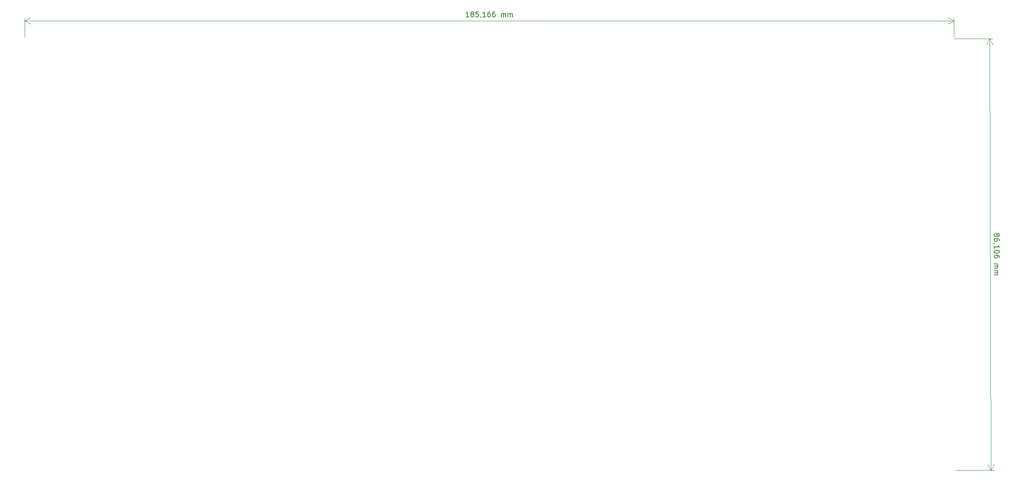
<source format=gbr>
G04 #@! TF.GenerationSoftware,KiCad,Pcbnew,(5.1.4-0-10_14)*
G04 #@! TF.CreationDate,2020-08-23T12:41:51+02:00*
G04 #@! TF.ProjectId,the_mvp,7468655f-6d76-4702-9e6b-696361645f70,1.0*
G04 #@! TF.SameCoordinates,Original*
G04 #@! TF.FileFunction,Legend,Bot*
G04 #@! TF.FilePolarity,Positive*
%FSLAX46Y46*%
G04 Gerber Fmt 4.6, Leading zero omitted, Abs format (unit mm)*
G04 Created by KiCad (PCBNEW (5.1.4-0-10_14)) date 2020-08-23 12:41:51*
%MOMM*%
%LPD*%
G04 APERTURE LIST*
%ADD10C,0.150000*%
%ADD11C,0.120000*%
G04 APERTURE END LIST*
D10*
X241789069Y-58125558D02*
X241836407Y-58030179D01*
X241883885Y-57982420D01*
X241978982Y-57934520D01*
X242026601Y-57934380D01*
X242121979Y-57981718D01*
X242169738Y-58029196D01*
X242217638Y-58124293D01*
X242218200Y-58314769D01*
X242170862Y-58410147D01*
X242123384Y-58457906D01*
X242028287Y-58505806D01*
X241980668Y-58505946D01*
X241885290Y-58458609D01*
X241837530Y-58411130D01*
X241789631Y-58316033D01*
X241789069Y-58125558D01*
X241741169Y-58030460D01*
X241693410Y-57982982D01*
X241598031Y-57935644D01*
X241407556Y-57936206D01*
X241312459Y-57984106D01*
X241264981Y-58031865D01*
X241217643Y-58127243D01*
X241218205Y-58317719D01*
X241266104Y-58412816D01*
X241313864Y-58460294D01*
X241409242Y-58507632D01*
X241599717Y-58507070D01*
X241694814Y-58459170D01*
X241742293Y-58411411D01*
X241789631Y-58316033D01*
X242221290Y-59362383D02*
X242220729Y-59171908D01*
X242172829Y-59076811D01*
X242125069Y-59029332D01*
X241981932Y-58934516D01*
X241791316Y-58887459D01*
X241410365Y-58888583D01*
X241315268Y-58936483D01*
X241267790Y-58984242D01*
X241220452Y-59079620D01*
X241221014Y-59270095D01*
X241268914Y-59365193D01*
X241316673Y-59412671D01*
X241412051Y-59460009D01*
X241650145Y-59459307D01*
X241745243Y-59411407D01*
X241792721Y-59363647D01*
X241840059Y-59268269D01*
X241839497Y-59077794D01*
X241791597Y-58982697D01*
X241743838Y-58935218D01*
X241648460Y-58887880D01*
X241270599Y-59936619D02*
X241222980Y-59936759D01*
X241127602Y-59889421D01*
X241079843Y-59841943D01*
X241225790Y-60889136D02*
X241224104Y-60317710D01*
X241224947Y-60603423D02*
X242224943Y-60600473D01*
X242081805Y-60505657D01*
X241986287Y-60410700D01*
X241938387Y-60315603D01*
X242227612Y-61505231D02*
X242227892Y-61600469D01*
X242180555Y-61695847D01*
X242133076Y-61743606D01*
X242037979Y-61791506D01*
X241847644Y-61839687D01*
X241609550Y-61840389D01*
X241418934Y-61793332D01*
X241323556Y-61745994D01*
X241275797Y-61698516D01*
X241227897Y-61603419D01*
X241227616Y-61508181D01*
X241274954Y-61412803D01*
X241322432Y-61365043D01*
X241417529Y-61317144D01*
X241607864Y-61268963D01*
X241845958Y-61268261D01*
X242036574Y-61315318D01*
X242131952Y-61362655D01*
X242179712Y-61410134D01*
X242227612Y-61505231D01*
X242231123Y-62695702D02*
X242230561Y-62505227D01*
X242182662Y-62410129D01*
X242134902Y-62362651D01*
X241991765Y-62267835D01*
X241801149Y-62220778D01*
X241420198Y-62221902D01*
X241325101Y-62269801D01*
X241277623Y-62317561D01*
X241230285Y-62412939D01*
X241230847Y-62603414D01*
X241278746Y-62698511D01*
X241326506Y-62745990D01*
X241421884Y-62793328D01*
X241659978Y-62792625D01*
X241755075Y-62744726D01*
X241802554Y-62696966D01*
X241849892Y-62601588D01*
X241849330Y-62411113D01*
X241801430Y-62316016D01*
X241753671Y-62268537D01*
X241658292Y-62221199D01*
X241234920Y-63984361D02*
X241901584Y-63982394D01*
X241806346Y-63982675D02*
X241854106Y-64030153D01*
X241902005Y-64125251D01*
X241902427Y-64268107D01*
X241855089Y-64363485D01*
X241759992Y-64411385D01*
X241236184Y-64412930D01*
X241759992Y-64411385D02*
X241855370Y-64458723D01*
X241903270Y-64553820D01*
X241903691Y-64696677D01*
X241856353Y-64792055D01*
X241761256Y-64839955D01*
X241237449Y-64841500D01*
X241238853Y-65317688D02*
X241905517Y-65315722D01*
X241810279Y-65316002D02*
X241858039Y-65363481D01*
X241905939Y-65458578D01*
X241906360Y-65601435D01*
X241859022Y-65696813D01*
X241763925Y-65744713D01*
X241240118Y-65746258D01*
X241763925Y-65744713D02*
X241859303Y-65792050D01*
X241907203Y-65887148D01*
X241907624Y-66030004D01*
X241860286Y-66125382D01*
X241765189Y-66173282D01*
X241241382Y-66174827D01*
D11*
X240284687Y-19029019D02*
X240538687Y-105135019D01*
X233172000Y-19050000D02*
X240871105Y-19027289D01*
X233426000Y-105156000D02*
X241125105Y-105133289D01*
X240538687Y-105135019D02*
X239948946Y-104010250D01*
X240538687Y-105135019D02*
X241121782Y-104006790D01*
X240284687Y-19029019D02*
X239701592Y-20157248D01*
X240284687Y-19029019D02*
X240874428Y-20153788D01*
D10*
X136541380Y-14676380D02*
X135969952Y-14676380D01*
X136255666Y-14676380D02*
X136255666Y-13676380D01*
X136160428Y-13819238D01*
X136065190Y-13914476D01*
X135969952Y-13962095D01*
X137112809Y-14104952D02*
X137017571Y-14057333D01*
X136969952Y-14009714D01*
X136922333Y-13914476D01*
X136922333Y-13866857D01*
X136969952Y-13771619D01*
X137017571Y-13724000D01*
X137112809Y-13676380D01*
X137303285Y-13676380D01*
X137398523Y-13724000D01*
X137446142Y-13771619D01*
X137493761Y-13866857D01*
X137493761Y-13914476D01*
X137446142Y-14009714D01*
X137398523Y-14057333D01*
X137303285Y-14104952D01*
X137112809Y-14104952D01*
X137017571Y-14152571D01*
X136969952Y-14200190D01*
X136922333Y-14295428D01*
X136922333Y-14485904D01*
X136969952Y-14581142D01*
X137017571Y-14628761D01*
X137112809Y-14676380D01*
X137303285Y-14676380D01*
X137398523Y-14628761D01*
X137446142Y-14581142D01*
X137493761Y-14485904D01*
X137493761Y-14295428D01*
X137446142Y-14200190D01*
X137398523Y-14152571D01*
X137303285Y-14104952D01*
X138398523Y-13676380D02*
X137922333Y-13676380D01*
X137874714Y-14152571D01*
X137922333Y-14104952D01*
X138017571Y-14057333D01*
X138255666Y-14057333D01*
X138350904Y-14104952D01*
X138398523Y-14152571D01*
X138446142Y-14247809D01*
X138446142Y-14485904D01*
X138398523Y-14581142D01*
X138350904Y-14628761D01*
X138255666Y-14676380D01*
X138017571Y-14676380D01*
X137922333Y-14628761D01*
X137874714Y-14581142D01*
X138922333Y-14628761D02*
X138922333Y-14676380D01*
X138874714Y-14771619D01*
X138827095Y-14819238D01*
X139874714Y-14676380D02*
X139303285Y-14676380D01*
X139589000Y-14676380D02*
X139589000Y-13676380D01*
X139493761Y-13819238D01*
X139398523Y-13914476D01*
X139303285Y-13962095D01*
X140731857Y-13676380D02*
X140541380Y-13676380D01*
X140446142Y-13724000D01*
X140398523Y-13771619D01*
X140303285Y-13914476D01*
X140255666Y-14104952D01*
X140255666Y-14485904D01*
X140303285Y-14581142D01*
X140350904Y-14628761D01*
X140446142Y-14676380D01*
X140636619Y-14676380D01*
X140731857Y-14628761D01*
X140779476Y-14581142D01*
X140827095Y-14485904D01*
X140827095Y-14247809D01*
X140779476Y-14152571D01*
X140731857Y-14104952D01*
X140636619Y-14057333D01*
X140446142Y-14057333D01*
X140350904Y-14104952D01*
X140303285Y-14152571D01*
X140255666Y-14247809D01*
X141684238Y-13676380D02*
X141493761Y-13676380D01*
X141398523Y-13724000D01*
X141350904Y-13771619D01*
X141255666Y-13914476D01*
X141208047Y-14104952D01*
X141208047Y-14485904D01*
X141255666Y-14581142D01*
X141303285Y-14628761D01*
X141398523Y-14676380D01*
X141589000Y-14676380D01*
X141684238Y-14628761D01*
X141731857Y-14581142D01*
X141779476Y-14485904D01*
X141779476Y-14247809D01*
X141731857Y-14152571D01*
X141684238Y-14104952D01*
X141589000Y-14057333D01*
X141398523Y-14057333D01*
X141303285Y-14104952D01*
X141255666Y-14152571D01*
X141208047Y-14247809D01*
X142969952Y-14676380D02*
X142969952Y-14009714D01*
X142969952Y-14104952D02*
X143017571Y-14057333D01*
X143112809Y-14009714D01*
X143255666Y-14009714D01*
X143350904Y-14057333D01*
X143398523Y-14152571D01*
X143398523Y-14676380D01*
X143398523Y-14152571D02*
X143446142Y-14057333D01*
X143541380Y-14009714D01*
X143684238Y-14009714D01*
X143779476Y-14057333D01*
X143827095Y-14152571D01*
X143827095Y-14676380D01*
X144303285Y-14676380D02*
X144303285Y-14009714D01*
X144303285Y-14104952D02*
X144350904Y-14057333D01*
X144446142Y-14009714D01*
X144589000Y-14009714D01*
X144684238Y-14057333D01*
X144731857Y-14152571D01*
X144731857Y-14676380D01*
X144731857Y-14152571D02*
X144779476Y-14057333D01*
X144874714Y-14009714D01*
X145017571Y-14009714D01*
X145112809Y-14057333D01*
X145160428Y-14152571D01*
X145160428Y-14676380D01*
D11*
X48006000Y-15494000D02*
X233172000Y-15494000D01*
X48006000Y-18796000D02*
X48006000Y-14907579D01*
X233172000Y-18796000D02*
X233172000Y-14907579D01*
X233172000Y-15494000D02*
X232045496Y-16080421D01*
X233172000Y-15494000D02*
X232045496Y-14907579D01*
X48006000Y-15494000D02*
X49132504Y-16080421D01*
X48006000Y-15494000D02*
X49132504Y-14907579D01*
M02*

</source>
